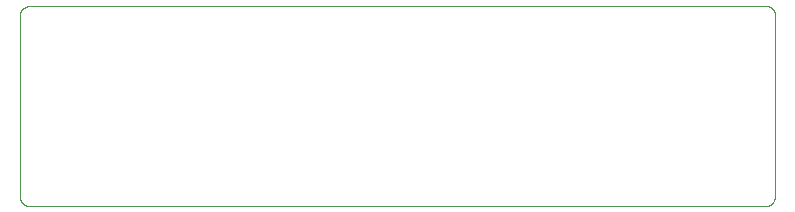
<source format=gbr>
%TF.GenerationSoftware,KiCad,Pcbnew,9.0.0*%
%TF.CreationDate,2025-05-19T18:24:25+02:00*%
%TF.ProjectId,CYPD3177_3.3V_V2_+_OLED,43595044-3331-4373-975f-332e33565f56,rev?*%
%TF.SameCoordinates,Original*%
%TF.FileFunction,Profile,NP*%
%FSLAX46Y46*%
G04 Gerber Fmt 4.6, Leading zero omitted, Abs format (unit mm)*
G04 Created by KiCad (PCBNEW 9.0.0) date 2025-05-19 18:24:25*
%MOMM*%
%LPD*%
G01*
G04 APERTURE LIST*
%ADD10C,0.100000*%
%TA.AperFunction,Profile*%
%ADD11C,0.100000*%
%TD*%
G04 APERTURE END LIST*
D10*
X162000100Y-97000000D02*
X162005708Y-96999990D01*
X162011296Y-96999960D01*
X162016862Y-96999910D01*
X162022407Y-96999841D01*
X162027931Y-96999752D01*
X162033434Y-96999643D01*
X162038916Y-96999514D01*
X162044377Y-96999366D01*
X162049817Y-96999199D01*
X162055237Y-96999012D01*
X162060636Y-96998806D01*
X162066015Y-96998581D01*
X162071373Y-96998337D01*
X162076711Y-96998074D01*
X162082028Y-96997792D01*
X162087326Y-96997490D01*
X162092603Y-96997170D01*
X162097860Y-96996832D01*
X162103097Y-96996474D01*
X162108314Y-96996098D01*
X162113511Y-96995703D01*
X162118689Y-96995290D01*
X162123847Y-96994858D01*
X162128985Y-96994408D01*
X162134104Y-96993939D01*
X162139202Y-96993453D01*
X162144283Y-96992948D01*
X162149343Y-96992425D01*
X162154384Y-96991884D01*
X162159406Y-96991325D01*
X162164409Y-96990748D01*
X162169392Y-96990153D01*
X162174357Y-96989540D01*
X162179303Y-96988909D01*
X162184230Y-96988261D01*
X162189138Y-96987595D01*
X162194028Y-96986911D01*
X162198899Y-96986210D01*
X162203752Y-96985491D01*
X162208585Y-96984756D01*
X162213401Y-96984002D01*
X162218198Y-96983231D01*
X162222978Y-96982443D01*
X162227738Y-96981638D01*
X162232481Y-96980815D01*
X162237205Y-96979976D01*
X162241912Y-96979119D01*
X162246600Y-96978246D01*
X162251272Y-96977355D01*
X162255924Y-96976447D01*
X162260560Y-96975523D01*
X162265177Y-96974582D01*
X162269778Y-96973623D01*
X162274360Y-96972649D01*
X162278926Y-96971657D01*
X162283473Y-96970649D01*
X162288004Y-96969624D01*
X162292516Y-96968583D01*
X162297013Y-96967525D01*
X162301491Y-96966451D01*
X162305954Y-96965360D01*
X162310398Y-96964253D01*
X162314827Y-96963130D01*
X162319237Y-96961990D01*
X162323632Y-96960834D01*
X162328008Y-96959662D01*
X162332370Y-96958473D01*
X162336713Y-96957269D01*
X162341042Y-96956048D01*
X162345352Y-96954811D01*
X162349648Y-96953558D01*
X162353926Y-96952290D01*
X162358189Y-96951004D01*
X162362434Y-96949704D01*
X162366665Y-96948387D01*
X162370877Y-96947055D01*
X162375076Y-96945706D01*
X162379256Y-96944342D01*
X162383424Y-96942961D01*
X162387572Y-96941566D01*
X162391707Y-96940154D01*
X162395824Y-96938727D01*
X162404014Y-96935826D01*
X162412141Y-96932862D01*
X162420206Y-96929836D01*
X162428210Y-96926747D01*
X162436153Y-96923597D01*
X162444036Y-96920385D01*
X162451858Y-96917112D01*
X162459621Y-96913777D01*
X162467324Y-96910380D01*
X162474969Y-96906923D01*
X162482555Y-96903405D01*
X162490083Y-96899825D01*
X162497554Y-96896185D01*
X162504967Y-96892484D01*
X162512323Y-96888722D01*
X162519623Y-96884900D01*
X162526867Y-96881017D01*
X162534055Y-96877073D01*
X162541187Y-96873069D01*
X162548265Y-96869005D01*
X162555287Y-96864880D01*
X162562255Y-96860695D01*
X162569169Y-96856449D01*
X162576029Y-96852143D01*
X162582836Y-96847776D01*
X162589589Y-96843349D01*
X162596289Y-96838861D01*
X162602937Y-96834312D01*
X162609532Y-96829703D01*
X162616075Y-96825034D01*
X162622566Y-96820303D01*
X162629005Y-96815511D01*
X162635392Y-96810659D01*
X162641729Y-96805745D01*
X162648014Y-96800770D01*
X162654248Y-96795734D01*
X162660432Y-96790637D01*
X162666565Y-96785477D01*
X162672647Y-96780256D01*
X162678679Y-96774974D01*
X162684661Y-96769629D01*
X162690593Y-96764222D01*
X162696476Y-96758752D01*
X162702308Y-96753220D01*
X162708091Y-96747626D01*
X162713824Y-96741968D01*
X162719508Y-96736248D01*
X162725142Y-96730464D01*
X162730727Y-96724617D01*
X162736262Y-96718706D01*
X162741748Y-96712731D01*
X162747185Y-96706693D01*
X162752572Y-96700590D01*
X162757910Y-96694422D01*
X162763198Y-96688190D01*
X162768438Y-96681893D01*
X162773627Y-96675531D01*
X162778768Y-96669103D01*
X162783858Y-96662611D01*
X162788899Y-96656052D01*
X162793890Y-96649427D01*
X162798832Y-96642737D01*
X162803723Y-96635980D01*
X162808564Y-96629156D01*
X162813355Y-96622266D01*
X162818096Y-96615309D01*
X162822785Y-96608285D01*
X162827424Y-96601193D01*
X162832012Y-96594034D01*
X162836549Y-96586808D01*
X162841035Y-96579513D01*
X162845468Y-96572151D01*
X162849850Y-96564721D01*
X162854180Y-96557223D01*
X162858457Y-96549657D01*
X162862681Y-96542022D01*
X162866852Y-96534319D01*
X162870970Y-96526548D01*
X162875034Y-96518708D01*
X162879044Y-96510800D01*
X162882999Y-96502824D01*
X162886900Y-96494779D01*
X162890745Y-96486666D01*
X162894535Y-96478484D01*
X162898269Y-96470235D01*
X162901946Y-96461918D01*
X162905566Y-96453533D01*
X162909129Y-96445081D01*
X162912634Y-96436562D01*
X162916081Y-96427976D01*
X162919468Y-96419324D01*
X162922796Y-96410605D01*
X162926065Y-96401822D01*
X162929273Y-96392973D01*
X162932419Y-96384060D01*
X162935504Y-96375084D01*
X162938527Y-96366045D01*
X162941487Y-96356944D01*
X162944384Y-96347783D01*
X162947216Y-96338561D01*
X162949983Y-96329281D01*
X162952685Y-96319943D01*
X162955321Y-96310550D01*
X162957890Y-96301102D01*
X162960392Y-96291601D01*
X162962825Y-96282049D01*
X162965188Y-96272449D01*
X162967483Y-96262803D01*
X162969706Y-96253112D01*
X162971858Y-96243380D01*
X162973938Y-96233610D01*
X162975945Y-96223805D01*
X162977877Y-96213969D01*
X162979735Y-96204106D01*
X162981518Y-96194220D01*
X162983223Y-96184316D01*
X162984852Y-96174399D01*
X162986402Y-96164477D01*
X162987873Y-96154555D01*
X162989263Y-96144641D01*
X162990573Y-96134744D01*
X162991800Y-96124874D01*
X162992945Y-96115041D01*
X162994006Y-96105258D01*
X162994982Y-96095539D01*
X162995873Y-96085902D01*
X162996677Y-96076366D01*
X162997394Y-96066954D01*
X162998024Y-96057694D01*
X162998565Y-96048621D01*
X162999018Y-96039778D01*
X162999382Y-96031218D01*
X162999659Y-96023017D01*
X162999851Y-96015279D01*
X162999961Y-96008165D01*
X162999999Y-96001980D01*
X163000000Y-96000000D01*
X163000000Y-81000000D02*
X162999990Y-80994238D01*
X162999960Y-80988497D01*
X162999910Y-80982780D01*
X162999841Y-80977086D01*
X162999752Y-80971414D01*
X162999643Y-80965764D01*
X162999514Y-80960137D01*
X162999367Y-80954532D01*
X162999199Y-80948950D01*
X162999013Y-80943389D01*
X162998807Y-80937851D01*
X162998582Y-80932334D01*
X162998338Y-80926839D01*
X162998075Y-80921367D01*
X162997793Y-80915916D01*
X162997492Y-80910486D01*
X162997173Y-80905079D01*
X162996834Y-80899692D01*
X162996477Y-80894327D01*
X162996102Y-80888984D01*
X162995708Y-80883662D01*
X162995295Y-80878360D01*
X162994864Y-80873080D01*
X162994415Y-80867822D01*
X162993947Y-80862583D01*
X162993462Y-80857366D01*
X162992958Y-80852170D01*
X162992436Y-80846994D01*
X162991896Y-80841839D01*
X162991338Y-80836705D01*
X162990763Y-80831591D01*
X162990170Y-80826497D01*
X162989558Y-80821424D01*
X162988930Y-80816371D01*
X162988283Y-80811338D01*
X162987619Y-80806325D01*
X162986938Y-80801332D01*
X162986239Y-80796360D01*
X162985523Y-80791406D01*
X162984789Y-80786474D01*
X162984039Y-80781560D01*
X162983271Y-80776666D01*
X162982486Y-80771791D01*
X162981683Y-80766937D01*
X162980864Y-80762101D01*
X162980028Y-80757286D01*
X162979175Y-80752488D01*
X162978305Y-80747711D01*
X162977418Y-80742952D01*
X162976515Y-80738214D01*
X162975595Y-80733493D01*
X162974658Y-80728792D01*
X162973705Y-80724108D01*
X162972735Y-80719445D01*
X162971748Y-80714799D01*
X162970745Y-80710173D01*
X162969726Y-80705564D01*
X162968690Y-80700975D01*
X162967638Y-80696403D01*
X162966570Y-80691851D01*
X162965486Y-80687316D01*
X162964385Y-80682800D01*
X162963268Y-80678301D01*
X162962136Y-80673821D01*
X162960986Y-80669358D01*
X162959822Y-80664914D01*
X162958641Y-80660487D01*
X162957444Y-80656079D01*
X162956231Y-80651687D01*
X162955003Y-80647314D01*
X162953759Y-80642957D01*
X162952499Y-80638620D01*
X162951223Y-80634298D01*
X162949932Y-80629995D01*
X162948625Y-80625708D01*
X162947303Y-80621440D01*
X162945964Y-80617187D01*
X162944611Y-80612953D01*
X162943241Y-80608734D01*
X162941857Y-80604534D01*
X162940456Y-80600349D01*
X162939041Y-80596183D01*
X162937610Y-80592032D01*
X162936164Y-80587900D01*
X162934702Y-80583781D01*
X162933226Y-80579682D01*
X162931733Y-80575597D01*
X162930227Y-80571531D01*
X162928704Y-80567479D01*
X162927167Y-80563446D01*
X162925613Y-80559426D01*
X162924046Y-80555426D01*
X162920865Y-80547470D01*
X162917624Y-80539578D01*
X162914323Y-80531751D01*
X162910962Y-80523986D01*
X162907541Y-80516285D01*
X162904061Y-80508646D01*
X162900522Y-80501068D01*
X162896923Y-80493553D01*
X162893265Y-80486098D01*
X162889548Y-80478704D01*
X162885772Y-80471370D01*
X162881938Y-80464096D01*
X162878044Y-80456882D01*
X162874092Y-80449726D01*
X162870082Y-80442630D01*
X162866012Y-80435591D01*
X162861885Y-80428611D01*
X162857698Y-80421688D01*
X162853453Y-80414822D01*
X162849150Y-80408014D01*
X162844788Y-80401262D01*
X162840367Y-80394566D01*
X162835888Y-80387926D01*
X162831351Y-80381342D01*
X162826754Y-80374813D01*
X162822100Y-80368339D01*
X162817386Y-80361920D01*
X162812613Y-80355555D01*
X162807782Y-80349245D01*
X162802891Y-80342989D01*
X162797942Y-80336787D01*
X162792933Y-80330638D01*
X162787865Y-80324543D01*
X162782738Y-80318501D01*
X162777551Y-80312512D01*
X162772304Y-80306575D01*
X162766998Y-80300691D01*
X162761631Y-80294860D01*
X162756205Y-80289081D01*
X162750718Y-80283354D01*
X162745170Y-80277680D01*
X162739562Y-80272057D01*
X162733894Y-80266486D01*
X162728164Y-80260967D01*
X162722373Y-80255500D01*
X162716520Y-80250084D01*
X162710606Y-80244719D01*
X162704630Y-80239407D01*
X162698593Y-80234145D01*
X162692493Y-80228935D01*
X162686330Y-80223777D01*
X162680105Y-80218670D01*
X162673817Y-80213614D01*
X162667466Y-80208610D01*
X162661052Y-80203658D01*
X162654574Y-80198757D01*
X162648032Y-80193908D01*
X162641427Y-80189110D01*
X162634757Y-80184364D01*
X162628023Y-80179671D01*
X162621225Y-80175029D01*
X162614362Y-80170439D01*
X162607433Y-80165902D01*
X162600440Y-80161417D01*
X162593381Y-80156985D01*
X162586256Y-80152606D01*
X162579066Y-80148279D01*
X162571810Y-80144006D01*
X162564488Y-80139786D01*
X162557100Y-80135620D01*
X162549645Y-80131508D01*
X162542124Y-80127450D01*
X162534536Y-80123447D01*
X162526882Y-80119498D01*
X162519160Y-80115604D01*
X162511372Y-80111766D01*
X162503517Y-80107983D01*
X162495595Y-80104257D01*
X162487606Y-80100587D01*
X162479551Y-80096973D01*
X162471428Y-80093417D01*
X162463239Y-80089918D01*
X162454983Y-80086477D01*
X162446660Y-80083094D01*
X162438272Y-80079770D01*
X162429817Y-80076506D01*
X162421296Y-80073301D01*
X162412709Y-80070156D01*
X162404058Y-80067071D01*
X162395341Y-80064048D01*
X162386560Y-80061087D01*
X162377716Y-80058188D01*
X162368808Y-80055351D01*
X162359837Y-80052578D01*
X162350804Y-80049868D01*
X162341711Y-80047223D01*
X162332557Y-80044642D01*
X162323343Y-80042128D01*
X162314072Y-80039679D01*
X162304743Y-80037297D01*
X162295359Y-80034983D01*
X162285921Y-80032737D01*
X162276429Y-80030559D01*
X162266887Y-80028451D01*
X162257296Y-80026412D01*
X162247658Y-80024445D01*
X162237975Y-80022549D01*
X162228250Y-80020724D01*
X162218486Y-80018973D01*
X162208685Y-80017295D01*
X162198852Y-80015691D01*
X162188989Y-80014162D01*
X162179101Y-80012708D01*
X162169192Y-80011331D01*
X162159268Y-80010030D01*
X162149333Y-80008807D01*
X162139394Y-80007662D01*
X162129458Y-80006596D01*
X162119532Y-80005609D01*
X162109625Y-80004702D01*
X162099746Y-80003875D01*
X162089907Y-80003129D01*
X162080119Y-80002464D01*
X162070396Y-80001880D01*
X162060753Y-80001378D01*
X162051210Y-80000956D01*
X162041784Y-80000614D01*
X162032498Y-80000351D01*
X162023370Y-80000165D01*
X162014408Y-80000052D01*
X162005559Y-80000004D01*
X162000000Y-80000000D01*
D11*
X162000100Y-97000000D02*
X100000000Y-97000000D01*
X100000000Y-80000000D02*
X162000000Y-80000000D01*
X99000002Y-96000000D02*
X98999999Y-81000000D01*
X163000000Y-81000000D02*
X163000000Y-96000000D01*
D10*
X99000002Y-96000000D02*
X99000012Y-96005740D01*
X99000042Y-96011458D01*
X99000092Y-96017154D01*
X99000161Y-96022827D01*
X99000250Y-96028478D01*
X99000359Y-96034107D01*
X99000488Y-96039713D01*
X99000635Y-96045298D01*
X99000803Y-96050861D01*
X99000989Y-96056403D01*
X99001195Y-96061922D01*
X99001420Y-96067420D01*
X99001664Y-96072896D01*
X99001927Y-96078350D01*
X99002209Y-96083784D01*
X99002510Y-96089196D01*
X99002830Y-96094586D01*
X99003168Y-96099956D01*
X99003525Y-96105304D01*
X99003901Y-96110631D01*
X99004295Y-96115938D01*
X99004708Y-96121223D01*
X99005139Y-96126488D01*
X99005589Y-96131732D01*
X99006056Y-96136955D01*
X99006542Y-96142158D01*
X99007046Y-96147340D01*
X99007569Y-96152502D01*
X99008109Y-96157643D01*
X99008667Y-96162764D01*
X99009243Y-96167866D01*
X99009836Y-96172946D01*
X99010448Y-96178008D01*
X99011077Y-96183048D01*
X99011724Y-96188070D01*
X99012388Y-96193071D01*
X99013070Y-96198052D01*
X99013770Y-96203014D01*
X99014487Y-96207957D01*
X99015221Y-96212879D01*
X99015972Y-96217783D01*
X99016741Y-96222666D01*
X99017527Y-96227531D01*
X99018329Y-96232376D01*
X99019150Y-96237203D01*
X99019986Y-96242010D01*
X99020840Y-96246798D01*
X99021711Y-96251567D01*
X99022599Y-96256318D01*
X99023503Y-96261049D01*
X99024425Y-96265763D01*
X99025362Y-96270456D01*
X99026317Y-96275133D01*
X99027288Y-96279789D01*
X99028276Y-96284429D01*
X99029280Y-96289048D01*
X99030301Y-96293651D01*
X99031337Y-96298234D01*
X99032391Y-96302801D01*
X99033460Y-96307348D01*
X99034546Y-96311878D01*
X99035648Y-96316389D01*
X99036767Y-96320884D01*
X99037901Y-96325359D01*
X99039052Y-96329818D01*
X99040218Y-96334258D01*
X99041401Y-96338682D01*
X99042599Y-96343086D01*
X99043814Y-96347475D01*
X99045044Y-96351844D01*
X99046291Y-96356199D01*
X99047552Y-96360534D01*
X99048830Y-96364853D01*
X99050124Y-96369154D01*
X99051433Y-96373439D01*
X99052758Y-96377706D01*
X99054099Y-96381957D01*
X99055454Y-96386190D01*
X99056826Y-96390408D01*
X99058213Y-96394607D01*
X99059616Y-96398791D01*
X99061034Y-96402957D01*
X99062468Y-96407108D01*
X99063916Y-96411240D01*
X99065381Y-96415359D01*
X99066860Y-96419458D01*
X99068356Y-96423544D01*
X99069866Y-96427611D01*
X99071392Y-96431664D01*
X99072932Y-96435698D01*
X99076059Y-96443721D01*
X99079247Y-96451681D01*
X99082495Y-96459577D01*
X99085803Y-96467410D01*
X99089172Y-96475180D01*
X99092600Y-96482888D01*
X99096089Y-96490535D01*
X99099637Y-96498120D01*
X99103244Y-96505644D01*
X99106911Y-96513108D01*
X99110637Y-96520512D01*
X99114423Y-96527857D01*
X99118267Y-96535142D01*
X99122171Y-96542368D01*
X99126133Y-96549536D01*
X99130155Y-96556646D01*
X99134236Y-96563698D01*
X99138375Y-96570692D01*
X99142573Y-96577630D01*
X99146830Y-96584511D01*
X99151146Y-96591335D01*
X99155521Y-96598103D01*
X99159954Y-96604816D01*
X99164447Y-96611473D01*
X99168998Y-96618075D01*
X99173608Y-96624622D01*
X99178278Y-96631114D01*
X99183006Y-96637552D01*
X99187793Y-96643936D01*
X99192640Y-96650266D01*
X99197546Y-96656543D01*
X99202511Y-96662765D01*
X99207536Y-96668935D01*
X99212621Y-96675052D01*
X99217765Y-96681116D01*
X99222969Y-96687127D01*
X99228233Y-96693086D01*
X99233557Y-96698992D01*
X99238941Y-96704846D01*
X99244386Y-96710648D01*
X99249891Y-96716399D01*
X99255457Y-96722097D01*
X99261083Y-96727744D01*
X99266771Y-96733339D01*
X99272520Y-96738882D01*
X99278331Y-96744374D01*
X99284203Y-96749815D01*
X99290137Y-96755204D01*
X99296132Y-96760542D01*
X99302190Y-96765829D01*
X99308310Y-96771064D01*
X99314493Y-96776248D01*
X99320739Y-96781381D01*
X99327047Y-96786463D01*
X99333419Y-96791492D01*
X99339854Y-96796471D01*
X99346352Y-96801398D01*
X99352914Y-96806273D01*
X99359541Y-96811097D01*
X99366231Y-96815868D01*
X99372985Y-96820588D01*
X99379804Y-96825256D01*
X99386688Y-96829872D01*
X99393637Y-96834435D01*
X99400650Y-96838946D01*
X99407729Y-96843404D01*
X99414873Y-96847809D01*
X99422082Y-96852161D01*
X99429357Y-96856459D01*
X99436698Y-96860704D01*
X99444105Y-96864895D01*
X99451577Y-96869032D01*
X99459116Y-96873115D01*
X99466720Y-96877143D01*
X99474391Y-96881116D01*
X99482128Y-96885033D01*
X99489931Y-96888895D01*
X99497800Y-96892701D01*
X99505735Y-96896451D01*
X99513736Y-96900144D01*
X99521803Y-96903780D01*
X99529935Y-96907358D01*
X99538134Y-96910878D01*
X99546397Y-96914340D01*
X99554726Y-96917743D01*
X99563120Y-96921087D01*
X99571578Y-96924371D01*
X99580101Y-96927595D01*
X99588687Y-96930758D01*
X99597336Y-96933860D01*
X99606049Y-96936900D01*
X99614823Y-96939878D01*
X99623659Y-96942793D01*
X99632555Y-96945645D01*
X99641511Y-96948432D01*
X99650527Y-96951155D01*
X99659600Y-96953812D01*
X99668730Y-96956404D01*
X99677915Y-96958929D01*
X99687155Y-96961387D01*
X99696447Y-96963777D01*
X99705790Y-96966098D01*
X99715183Y-96968351D01*
X99724622Y-96970533D01*
X99734107Y-96972645D01*
X99743634Y-96974685D01*
X99753202Y-96976654D01*
X99762806Y-96978549D01*
X99772444Y-96980371D01*
X99782113Y-96982118D01*
X99791808Y-96983791D01*
X99801525Y-96985387D01*
X99811260Y-96986907D01*
X99821007Y-96988349D01*
X99830760Y-96989713D01*
X99840513Y-96990997D01*
X99850259Y-96992202D01*
X99859989Y-96993327D01*
X99869694Y-96994370D01*
X99879364Y-96995331D01*
X99888986Y-96996209D01*
X99898547Y-96997004D01*
X99908031Y-96997715D01*
X99917420Y-96998342D01*
X99926691Y-96998884D01*
X99935818Y-96999342D01*
X99944770Y-96999715D01*
X99953508Y-97000003D01*
X99961981Y-97000208D01*
X99970124Y-97000332D01*
X99977849Y-97000378D01*
X99985026Y-97000350D01*
X99991450Y-97000259D01*
X99996735Y-97000124D01*
X100000000Y-97000000D01*
X98999999Y-81000000D02*
X99000009Y-80994533D01*
X99000039Y-80989086D01*
X99000089Y-80983658D01*
X99000158Y-80978251D01*
X99000248Y-80972863D01*
X99000356Y-80967495D01*
X99000485Y-80962146D01*
X99000633Y-80956817D01*
X99000800Y-80951507D01*
X99000987Y-80946217D01*
X99001193Y-80940946D01*
X99001418Y-80935695D01*
X99001663Y-80930462D01*
X99001926Y-80925249D01*
X99002209Y-80920054D01*
X99002510Y-80914879D01*
X99002831Y-80909723D01*
X99003170Y-80904585D01*
X99003528Y-80899466D01*
X99003905Y-80894366D01*
X99004300Y-80889284D01*
X99004714Y-80884221D01*
X99005147Y-80879176D01*
X99005597Y-80874150D01*
X99006067Y-80869142D01*
X99006554Y-80864153D01*
X99007060Y-80859181D01*
X99007584Y-80854228D01*
X99008127Y-80849292D01*
X99008687Y-80844375D01*
X99009266Y-80839476D01*
X99009862Y-80834595D01*
X99010476Y-80829730D01*
X99011109Y-80824885D01*
X99011759Y-80820056D01*
X99012427Y-80815245D01*
X99013112Y-80810451D01*
X99013815Y-80805676D01*
X99014536Y-80800917D01*
X99015275Y-80796176D01*
X99016031Y-80791452D01*
X99016804Y-80786746D01*
X99017595Y-80782055D01*
X99018403Y-80777383D01*
X99019229Y-80772727D01*
X99020071Y-80768089D01*
X99020931Y-80763466D01*
X99021808Y-80758862D01*
X99022703Y-80754273D01*
X99023614Y-80749702D01*
X99024542Y-80745146D01*
X99025488Y-80740608D01*
X99026450Y-80736085D01*
X99027429Y-80731580D01*
X99028426Y-80727090D01*
X99029438Y-80722618D01*
X99030468Y-80718160D01*
X99031515Y-80713720D01*
X99032578Y-80709294D01*
X99033658Y-80704887D01*
X99034754Y-80700493D01*
X99035867Y-80696117D01*
X99036997Y-80691755D01*
X99038143Y-80687411D01*
X99039306Y-80683081D01*
X99040485Y-80678768D01*
X99041681Y-80674469D01*
X99042892Y-80670187D01*
X99044121Y-80665919D01*
X99045365Y-80661669D01*
X99046626Y-80657431D01*
X99047903Y-80653211D01*
X99049197Y-80649004D01*
X99050506Y-80644815D01*
X99053174Y-80636480D01*
X99055906Y-80628204D01*
X99058702Y-80619988D01*
X99061562Y-80611832D01*
X99064486Y-80603734D01*
X99067474Y-80595694D01*
X99070525Y-80587713D01*
X99073640Y-80579789D01*
X99076818Y-80571922D01*
X99080059Y-80564112D01*
X99083363Y-80556358D01*
X99086730Y-80548661D01*
X99090159Y-80541018D01*
X99093651Y-80533431D01*
X99097205Y-80525899D01*
X99100822Y-80518421D01*
X99104502Y-80510997D01*
X99108243Y-80503627D01*
X99112047Y-80496310D01*
X99115914Y-80489047D01*
X99119842Y-80481836D01*
X99123833Y-80474677D01*
X99127886Y-80467571D01*
X99132001Y-80460516D01*
X99136178Y-80453513D01*
X99140418Y-80446561D01*
X99144720Y-80439660D01*
X99149084Y-80432810D01*
X99153511Y-80426010D01*
X99158000Y-80419260D01*
X99162552Y-80412560D01*
X99167166Y-80405910D01*
X99171843Y-80399309D01*
X99176583Y-80392758D01*
X99181385Y-80386255D01*
X99186251Y-80379802D01*
X99191180Y-80373397D01*
X99196172Y-80367040D01*
X99201227Y-80360732D01*
X99206346Y-80354472D01*
X99211529Y-80348260D01*
X99216776Y-80342096D01*
X99222086Y-80335980D01*
X99227461Y-80329911D01*
X99232900Y-80323890D01*
X99238403Y-80317916D01*
X99243972Y-80311990D01*
X99249605Y-80306111D01*
X99255303Y-80300279D01*
X99261066Y-80294494D01*
X99266895Y-80288757D01*
X99272790Y-80283066D01*
X99278751Y-80277423D01*
X99284777Y-80271827D01*
X99290871Y-80266278D01*
X99297030Y-80260776D01*
X99303256Y-80255322D01*
X99309550Y-80249914D01*
X99315910Y-80244554D01*
X99322338Y-80239241D01*
X99328834Y-80233976D01*
X99335397Y-80228758D01*
X99342028Y-80223588D01*
X99348728Y-80218465D01*
X99355496Y-80213391D01*
X99362333Y-80208364D01*
X99369239Y-80203386D01*
X99376213Y-80198456D01*
X99383257Y-80193575D01*
X99390370Y-80188742D01*
X99397553Y-80183958D01*
X99404806Y-80179224D01*
X99412128Y-80174539D01*
X99419521Y-80169904D01*
X99426983Y-80165318D01*
X99434516Y-80160783D01*
X99442119Y-80156298D01*
X99449793Y-80151864D01*
X99457537Y-80147482D01*
X99465351Y-80143150D01*
X99473236Y-80138871D01*
X99481192Y-80134644D01*
X99489218Y-80130469D01*
X99497315Y-80126347D01*
X99505481Y-80122279D01*
X99513718Y-80118265D01*
X99522026Y-80114304D01*
X99530403Y-80110399D01*
X99538850Y-80106548D01*
X99547366Y-80102754D01*
X99555951Y-80099015D01*
X99564605Y-80095333D01*
X99573328Y-80091708D01*
X99582118Y-80088141D01*
X99590976Y-80084632D01*
X99599900Y-80081182D01*
X99608890Y-80077792D01*
X99617946Y-80074461D01*
X99627067Y-80071192D01*
X99636251Y-80067983D01*
X99645498Y-80064837D01*
X99654806Y-80061754D01*
X99664174Y-80058734D01*
X99673602Y-80055778D01*
X99683087Y-80052887D01*
X99692628Y-80050061D01*
X99702222Y-80047302D01*
X99711869Y-80044611D01*
X99721566Y-80041987D01*
X99731311Y-80039432D01*
X99741100Y-80036947D01*
X99750932Y-80034533D01*
X99760803Y-80032190D01*
X99770709Y-80029920D01*
X99780647Y-80027723D01*
X99790613Y-80025601D01*
X99800601Y-80023554D01*
X99810607Y-80021583D01*
X99820626Y-80019690D01*
X99830650Y-80017876D01*
X99840672Y-80016142D01*
X99850685Y-80014488D01*
X99860680Y-80012917D01*
X99870646Y-80011428D01*
X99880572Y-80010025D01*
X99890444Y-80008707D01*
X99900248Y-80007476D01*
X99909966Y-80006334D01*
X99919577Y-80005282D01*
X99929056Y-80004321D01*
X99938374Y-80003453D01*
X99947495Y-80002679D01*
X99956373Y-80002000D01*
X99964950Y-80001419D01*
X99973148Y-80000937D01*
X99980857Y-80000555D01*
X99987913Y-80000273D01*
X99994033Y-80000093D01*
X99998624Y-80000010D01*
X100000000Y-80000000D01*
M02*

</source>
